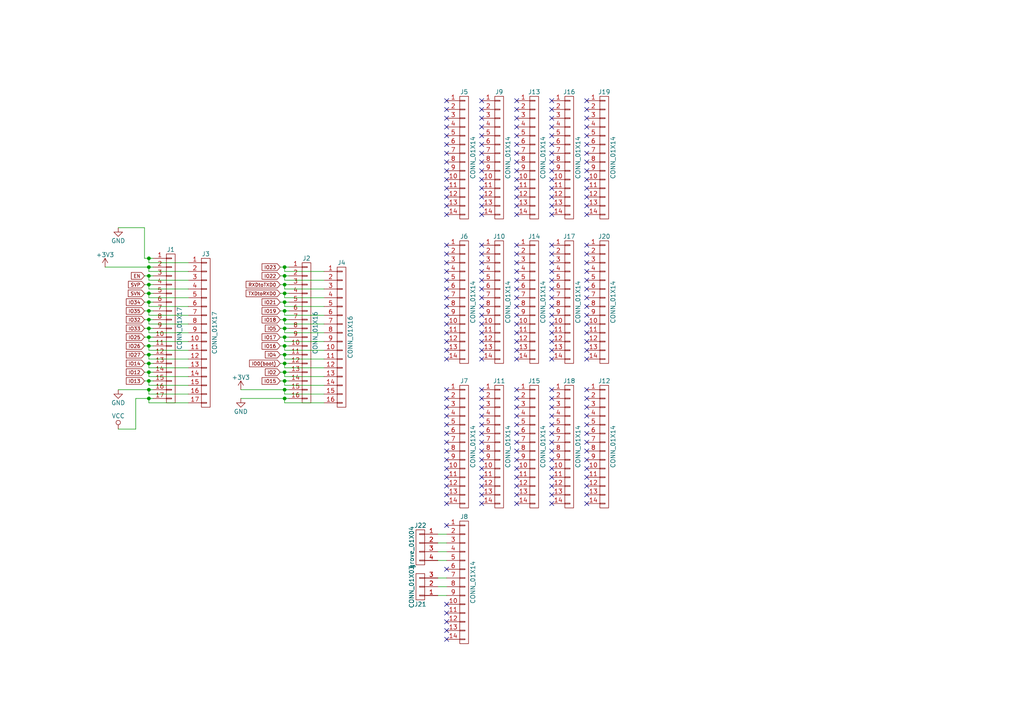
<source format=kicad_sch>
(kicad_sch (version 20230121) (generator eeschema)
  (paper "A4")
  (title_block (title "EmptyStack") (date "2017-04-28") (rev "1.1") (comment 1 "by asukiaaa") (comment 2 "github.com/asukiaaa/emptystack"))
  (lib_symbols
    (symbol "emptystack-rescue:+3.3V" (power) (pin_names (offset 0))
      (property "Value" "+3.3V" (at 0 3.556 0))
      (symbol "+3.3V_0_1"
        (polyline (pts (xy -0.762 1.27) (xy 0 2.54)))
        (polyline (pts (xy 0 0) (xy 0 2.54)))
        (polyline (pts (xy 0 2.54) (xy 0.762 1.27)))
      )
      (symbol "+3.3V_1_1"
        (pin power_in line (at 0 0 90) (length 0) hide (name "+3V3") (number "1"))
      )
    )
    (symbol "emptystack-rescue:CONN_01X03" (pin_names (offset 1.016) hide)
      (property "Reference" "J" (at 0 5.08 0))
      (property "Value" "CONN_01X03" (at 2.54 0 90))
      (symbol "CONN_01X03_0_1"
        (rectangle (start -1.27 -2.413) (end 0.254 -2.667))
        (rectangle (start -1.27 0.127) (end 0.254 -0.127))
        (rectangle (start -1.27 2.667) (end 0.254 2.413))
        (rectangle (start -1.27 3.81) (end 1.27 -3.81))
      )
      (symbol "CONN_01X03_1_1"
        (pin passive line (at -5.08 2.54 0) (length 3.81) (name "P1") (number "1"))
        (pin passive line (at -5.08 0 0) (length 3.81) (name "P2") (number "2"))
        (pin passive line (at -5.08 -2.54 0) (length 3.81) (name "P3") (number "3"))
      )
    )
    (symbol "emptystack-rescue:CONN_01X04" (pin_names (offset 1.016) hide)
      (property "Reference" "J" (at 0 6.35 0))
      (property "Value" "CONN_01X04" (at 2.54 0 90))
      (symbol "CONN_01X04_0_1"
        (rectangle (start -1.27 -3.683) (end 0.254 -3.937))
        (rectangle (start -1.27 -1.143) (end 0.254 -1.397))
        (rectangle (start -1.27 1.397) (end 0.254 1.143))
        (rectangle (start -1.27 3.937) (end 0.254 3.683))
        (rectangle (start -1.27 5.08) (end 1.27 -5.08))
      )
      (symbol "CONN_01X04_1_1"
        (pin passive line (at -5.08 3.81 0) (length 3.81) (name "P1") (number "1"))
        (pin passive line (at -5.08 1.27 0) (length 3.81) (name "P2") (number "2"))
        (pin passive line (at -5.08 -1.27 0) (length 3.81) (name "P3") (number "3"))
        (pin passive line (at -5.08 -3.81 0) (length 3.81) (name "P4") (number "4"))
      )
    )
    (symbol "emptystack-rescue:CONN_01X14" (pin_names (offset 1.016) hide)
      (property "Reference" "J" (at 0 19.05 0))
      (property "Value" "CONN_01X14" (at 2.54 0 90))
      (symbol "CONN_01X14_0_1"
        (rectangle (start -1.27 -16.383) (end 0.254 -16.637))
        (rectangle (start -1.27 -13.843) (end 0.254 -14.097))
        (rectangle (start -1.27 -11.303) (end 0.254 -11.557))
        (rectangle (start -1.27 -8.763) (end 0.254 -9.017))
        (rectangle (start -1.27 -6.223) (end 0.254 -6.477))
        (rectangle (start -1.27 -3.683) (end 0.254 -3.937))
        (rectangle (start -1.27 -1.143) (end 0.254 -1.397))
        (rectangle (start -1.27 1.397) (end 0.254 1.143))
        (rectangle (start -1.27 3.937) (end 0.254 3.683))
        (rectangle (start -1.27 6.477) (end 0.254 6.223))
        (rectangle (start -1.27 9.017) (end 0.254 8.763))
        (rectangle (start -1.27 11.557) (end 0.254 11.303))
        (rectangle (start -1.27 14.097) (end 0.254 13.843))
        (rectangle (start -1.27 16.637) (end 0.254 16.383))
        (rectangle (start -1.27 17.78) (end 1.27 -17.78))
      )
      (symbol "CONN_01X14_1_1"
        (pin passive line (at -5.08 16.51 0) (length 3.81) (name "P1") (number "1"))
        (pin passive line (at -5.08 -6.35 0) (length 3.81) (name "P10") (number "10"))
        (pin passive line (at -5.08 -8.89 0) (length 3.81) (name "P11") (number "11"))
        (pin passive line (at -5.08 -11.43 0) (length 3.81) (name "P12") (number "12"))
        (pin passive line (at -5.08 -13.97 0) (length 3.81) (name "P13") (number "13"))
        (pin passive line (at -5.08 -16.51 0) (length 3.81) (name "P14") (number "14"))
        (pin passive line (at -5.08 13.97 0) (length 3.81) (name "P2") (number "2"))
        (pin passive line (at -5.08 11.43 0) (length 3.81) (name "P3") (number "3"))
        (pin passive line (at -5.08 8.89 0) (length 3.81) (name "P4") (number "4"))
        (pin passive line (at -5.08 6.35 0) (length 3.81) (name "P5") (number "5"))
        (pin passive line (at -5.08 3.81 0) (length 3.81) (name "P6") (number "6"))
        (pin passive line (at -5.08 1.27 0) (length 3.81) (name "P7") (number "7"))
        (pin passive line (at -5.08 -1.27 0) (length 3.81) (name "P8") (number "8"))
        (pin passive line (at -5.08 -3.81 0) (length 3.81) (name "P9") (number "9"))
      )
    )
    (symbol "emptystack-rescue:CONN_01X16" (pin_names (offset 1.016) hide)
      (property "Reference" "J" (at 0 21.59 0))
      (property "Value" "CONN_01X16" (at 2.54 0 90))
      (symbol "CONN_01X16_0_1"
        (rectangle (start -1.27 -18.923) (end 0.254 -19.177))
        (rectangle (start -1.27 -16.383) (end 0.254 -16.637))
        (rectangle (start -1.27 -13.843) (end 0.254 -14.097))
        (rectangle (start -1.27 -11.303) (end 0.254 -11.557))
        (rectangle (start -1.27 -8.763) (end 0.254 -9.017))
        (rectangle (start -1.27 -6.223) (end 0.254 -6.477))
        (rectangle (start -1.27 -3.683) (end 0.254 -3.937))
        (rectangle (start -1.27 -1.143) (end 0.254 -1.397))
        (rectangle (start -1.27 1.397) (end 0.254 1.143))
        (rectangle (start -1.27 3.937) (end 0.254 3.683))
        (rectangle (start -1.27 6.477) (end 0.254 6.223))
        (rectangle (start -1.27 9.017) (end 0.254 8.763))
        (rectangle (start -1.27 11.557) (end 0.254 11.303))
        (rectangle (start -1.27 14.097) (end 0.254 13.843))
        (rectangle (start -1.27 16.637) (end 0.254 16.383))
        (rectangle (start -1.27 19.177) (end 0.254 18.923))
        (rectangle (start -1.27 20.32) (end 1.27 -20.32))
      )
      (symbol "CONN_01X16_1_1"
        (pin passive line (at -5.08 19.05 0) (length 3.81) (name "P1") (number "1"))
        (pin passive line (at -5.08 -3.81 0) (length 3.81) (name "P10") (number "10"))
        (pin passive line (at -5.08 -6.35 0) (length 3.81) (name "P11") (number "11"))
        (pin passive line (at -5.08 -8.89 0) (length 3.81) (name "P12") (number "12"))
        (pin passive line (at -5.08 -11.43 0) (length 3.81) (name "P13") (number "13"))
        (pin passive line (at -5.08 -13.97 0) (length 3.81) (name "P14") (number "14"))
        (pin passive line (at -5.08 -16.51 0) (length 3.81) (name "P15") (number "15"))
        (pin passive line (at -5.08 -19.05 0) (length 3.81) (name "P16") (number "16"))
        (pin passive line (at -5.08 16.51 0) (length 3.81) (name "P2") (number "2"))
        (pin passive line (at -5.08 13.97 0) (length 3.81) (name "P3") (number "3"))
        (pin passive line (at -5.08 11.43 0) (length 3.81) (name "P4") (number "4"))
        (pin passive line (at -5.08 8.89 0) (length 3.81) (name "P5") (number "5"))
        (pin passive line (at -5.08 6.35 0) (length 3.81) (name "P6") (number "6"))
        (pin passive line (at -5.08 3.81 0) (length 3.81) (name "P7") (number "7"))
        (pin passive line (at -5.08 1.27 0) (length 3.81) (name "P8") (number "8"))
        (pin passive line (at -5.08 -1.27 0) (length 3.81) (name "P9") (number "9"))
      )
    )
    (symbol "emptystack-rescue:CONN_01X17" (pin_names (offset 1.016) hide)
      (property "Reference" "J" (at 0 22.86 0))
      (property "Value" "CONN_01X17" (at 2.54 0 90))
      (symbol "CONN_01X17_0_1"
        (rectangle (start -1.27 -20.193) (end 0.254 -20.447))
        (rectangle (start -1.27 -17.653) (end 0.254 -17.907))
        (rectangle (start -1.27 -15.113) (end 0.254 -15.367))
        (rectangle (start -1.27 -12.573) (end 0.254 -12.827))
        (rectangle (start -1.27 -10.033) (end 0.254 -10.287))
        (rectangle (start -1.27 -7.493) (end 0.254 -7.747))
        (rectangle (start -1.27 -4.953) (end 0.254 -5.207))
        (rectangle (start -1.27 -2.413) (end 0.254 -2.667))
        (rectangle (start -1.27 0.127) (end 0.254 -0.127))
        (rectangle (start -1.27 2.667) (end 0.254 2.413))
        (rectangle (start -1.27 5.207) (end 0.254 4.953))
        (rectangle (start -1.27 7.747) (end 0.254 7.493))
        (rectangle (start -1.27 10.287) (end 0.254 10.033))
        (rectangle (start -1.27 12.827) (end 0.254 12.573))
        (rectangle (start -1.27 15.367) (end 0.254 15.113))
        (rectangle (start -1.27 17.907) (end 0.254 17.653))
        (rectangle (start -1.27 20.447) (end 0.254 20.193))
        (rectangle (start -1.27 21.59) (end 1.27 -21.59))
      )
      (symbol "CONN_01X17_1_1"
        (pin passive line (at -5.08 20.32 0) (length 3.81) (name "P1") (number "1"))
        (pin passive line (at -5.08 -2.54 0) (length 3.81) (name "P10") (number "10"))
        (pin passive line (at -5.08 -5.08 0) (length 3.81) (name "P11") (number "11"))
        (pin passive line (at -5.08 -7.62 0) (length 3.81) (name "P12") (number "12"))
        (pin passive line (at -5.08 -10.16 0) (length 3.81) (name "P13") (number "13"))
        (pin passive line (at -5.08 -12.7 0) (length 3.81) (name "P14") (number "14"))
        (pin passive line (at -5.08 -15.24 0) (length 3.81) (name "P15") (number "15"))
        (pin passive line (at -5.08 -17.78 0) (length 3.81) (name "P16") (number "16"))
        (pin passive line (at -5.08 -20.32 0) (length 3.81) (name "P17") (number "17"))
        (pin passive line (at -5.08 17.78 0) (length 3.81) (name "P2") (number "2"))
        (pin passive line (at -5.08 15.24 0) (length 3.81) (name "P3") (number "3"))
        (pin passive line (at -5.08 12.7 0) (length 3.81) (name "P4") (number "4"))
        (pin passive line (at -5.08 10.16 0) (length 3.81) (name "P5") (number "5"))
        (pin passive line (at -5.08 7.62 0) (length 3.81) (name "P6") (number "6"))
        (pin passive line (at -5.08 5.08 0) (length 3.81) (name "P7") (number "7"))
        (pin passive line (at -5.08 2.54 0) (length 3.81) (name "P8") (number "8"))
        (pin passive line (at -5.08 0 0) (length 3.81) (name "P9") (number "9"))
      )
    )
    (symbol "emptystack-rescue:GND" (power) (pin_names (offset 0))
      (property "Value" "GND" (at 0 -3.81 0))
      (symbol "GND_0_1"
        (polyline (pts (xy 0 0) (xy 0 -1.27) (xy 1.27 -1.27) (xy 0 -2.54) (xy -1.27 -1.27) (xy 0 -1.27)))
      )
      (symbol "GND_1_1"
        (pin power_in line (at 0 0 270) (length 0) hide (name "GND") (number "1"))
      )
    )
    (symbol "emptystack-rescue:VCC" (power) (pin_names (offset 0))
      (property "Value" "VCC" (at 0 3.81 0))
      (symbol "VCC_0_1"
        (polyline (pts (xy 0 0) (xy 0 1.27)))
        (circle (center 0 1.905) (radius 0.635))
      )
      (symbol "VCC_1_1"
        (pin power_in line (at 0 0 90) (length 0) hide (name "VCC") (number "1"))
      )
    )
  )
  (junction (at 43.18 77.47))
  (junction (at 43.18 110.49))
  (junction (at 43.18 92.71))
  (junction (at 43.18 113.03))
  (junction (at 43.18 107.95))
  (junction (at 82.55 92.71))
  (junction (at 43.18 115.57))
  (junction (at 82.55 85.09))
  (junction (at 82.55 107.95))
  (junction (at 43.18 82.55))
  (junction (at 43.18 95.25))
  (junction (at 82.55 110.49))
  (junction (at 82.55 82.55))
  (junction (at 82.55 95.25))
  (junction (at 82.55 90.17))
  (junction (at 82.55 87.63))
  (junction (at 43.18 85.09))
  (junction (at 43.18 90.17))
  (junction (at 82.55 77.47))
  (junction (at 43.18 74.93))
  (junction (at 82.55 100.33))
  (junction (at 43.18 102.87))
  (junction (at 82.55 115.57))
  (junction (at 82.55 97.79))
  (junction (at 82.55 102.87))
  (junction (at 43.18 80.01))
  (junction (at 82.55 80.01))
  (junction (at 82.55 113.03))
  (junction (at 43.18 105.41))
  (junction (at 82.55 105.41))
  (junction (at 43.18 87.63))
  (junction (at 43.18 100.33))
  (junction (at 43.18 97.79))
  (no_connect (at 139.7 41.91))
  (no_connect (at 139.7 88.9))
  (no_connect (at 170.18 123.19))
  (no_connect (at 170.18 52.07))
  (no_connect (at 149.86 86.36))
  (no_connect (at 160.02 120.65))
  (no_connect (at 170.18 81.28))
  (no_connect (at 129.54 54.61))
  (no_connect (at 170.18 146.05))
  (no_connect (at 139.7 140.97))
  (no_connect (at 129.54 104.14))
  (no_connect (at 160.02 57.15))
  (no_connect (at 170.18 130.81))
  (no_connect (at 160.02 133.35))
  (no_connect (at 149.86 83.82))
  (no_connect (at 149.86 118.11))
  (no_connect (at 139.7 130.81))
  (no_connect (at 149.86 91.44))
  (no_connect (at 160.02 52.07))
  (no_connect (at 139.7 52.07))
  (no_connect (at 170.18 83.82))
  (no_connect (at 129.54 135.89))
  (no_connect (at 129.54 34.29))
  (no_connect (at 149.86 41.91))
  (no_connect (at 170.18 39.37))
  (no_connect (at 139.7 36.83))
  (no_connect (at 129.54 125.73))
  (no_connect (at 170.18 71.12))
  (no_connect (at 160.02 130.81))
  (no_connect (at 160.02 104.14))
  (no_connect (at 129.54 57.15))
  (no_connect (at 160.02 118.11))
  (no_connect (at 149.86 113.03))
  (no_connect (at 170.18 120.65))
  (no_connect (at 149.86 52.07))
  (no_connect (at 160.02 93.98))
  (no_connect (at 149.86 140.97))
  (no_connect (at 170.18 49.53))
  (no_connect (at 160.02 59.69))
  (no_connect (at 170.18 76.2))
  (no_connect (at 170.18 113.03))
  (no_connect (at 160.02 49.53))
  (no_connect (at 129.54 39.37))
  (no_connect (at 139.7 59.69))
  (no_connect (at 139.7 86.36))
  (no_connect (at 129.54 118.11))
  (no_connect (at 129.54 91.44))
  (no_connect (at 170.18 29.21))
  (no_connect (at 139.7 104.14))
  (no_connect (at 149.86 138.43))
  (no_connect (at 139.7 46.99))
  (no_connect (at 160.02 62.23))
  (no_connect (at 160.02 78.74))
  (no_connect (at 149.86 133.35))
  (no_connect (at 160.02 138.43))
  (no_connect (at 160.02 29.21))
  (no_connect (at 139.7 34.29))
  (no_connect (at 170.18 34.29))
  (no_connect (at 139.7 29.21))
  (no_connect (at 160.02 123.19))
  (no_connect (at 170.18 73.66))
  (no_connect (at 160.02 146.05))
  (no_connect (at 139.7 78.74))
  (no_connect (at 139.7 93.98))
  (no_connect (at 139.7 76.2))
  (no_connect (at 170.18 31.75))
  (no_connect (at 170.18 88.9))
  (no_connect (at 149.86 59.69))
  (no_connect (at 160.02 143.51))
  (no_connect (at 149.86 73.66))
  (no_connect (at 160.02 81.28))
  (no_connect (at 149.86 81.28))
  (no_connect (at 129.54 44.45))
  (no_connect (at 139.7 31.75))
  (no_connect (at 149.86 135.89))
  (no_connect (at 160.02 99.06))
  (no_connect (at 129.54 78.74))
  (no_connect (at 129.54 88.9))
  (no_connect (at 129.54 81.28))
  (no_connect (at 129.54 96.52))
  (no_connect (at 139.7 54.61))
  (no_connect (at 129.54 130.81))
  (no_connect (at 129.54 62.23))
  (no_connect (at 160.02 140.97))
  (no_connect (at 170.18 86.36))
  (no_connect (at 170.18 91.44))
  (no_connect (at 129.54 36.83))
  (no_connect (at 170.18 104.14))
  (no_connect (at 160.02 44.45))
  (no_connect (at 139.7 138.43))
  (no_connect (at 149.86 93.98))
  (no_connect (at 170.18 133.35))
  (no_connect (at 149.86 34.29))
  (no_connect (at 160.02 34.29))
  (no_connect (at 160.02 31.75))
  (no_connect (at 160.02 36.83))
  (no_connect (at 170.18 93.98))
  (no_connect (at 170.18 57.15))
  (no_connect (at 149.86 71.12))
  (no_connect (at 129.54 71.12))
  (no_connect (at 149.86 62.23))
  (no_connect (at 170.18 135.89))
  (no_connect (at 170.18 118.11))
  (no_connect (at 160.02 86.36))
  (no_connect (at 170.18 138.43))
  (no_connect (at 129.54 99.06))
  (no_connect (at 129.54 59.69))
  (no_connect (at 170.18 101.6))
  (no_connect (at 160.02 88.9))
  (no_connect (at 129.54 146.05))
  (no_connect (at 129.54 41.91))
  (no_connect (at 170.18 44.45))
  (no_connect (at 139.7 62.23))
  (no_connect (at 170.18 59.69))
  (no_connect (at 139.7 99.06))
  (no_connect (at 170.18 143.51))
  (no_connect (at 129.54 185.42))
  (no_connect (at 170.18 78.74))
  (no_connect (at 160.02 41.91))
  (no_connect (at 170.18 99.06))
  (no_connect (at 129.54 143.51))
  (no_connect (at 149.86 146.05))
  (no_connect (at 139.7 91.44))
  (no_connect (at 160.02 73.66))
  (no_connect (at 149.86 130.81))
  (no_connect (at 129.54 123.19))
  (no_connect (at 149.86 39.37))
  (no_connect (at 139.7 146.05))
  (no_connect (at 129.54 177.8))
  (no_connect (at 139.7 81.28))
  (no_connect (at 160.02 135.89))
  (no_connect (at 170.18 62.23))
  (no_connect (at 129.54 29.21))
  (no_connect (at 149.86 99.06))
  (no_connect (at 149.86 54.61))
  (no_connect (at 160.02 128.27))
  (no_connect (at 129.54 182.88))
  (no_connect (at 160.02 46.99))
  (no_connect (at 129.54 128.27))
  (no_connect (at 139.7 128.27))
  (no_connect (at 170.18 54.61))
  (no_connect (at 129.54 140.97))
  (no_connect (at 129.54 93.98))
  (no_connect (at 139.7 39.37))
  (no_connect (at 160.02 83.82))
  (no_connect (at 170.18 96.52))
  (no_connect (at 139.7 83.82))
  (no_connect (at 139.7 120.65))
  (no_connect (at 149.86 88.9))
  (no_connect (at 149.86 120.65))
  (no_connect (at 160.02 71.12))
  (no_connect (at 149.86 115.57))
  (no_connect (at 149.86 101.6))
  (no_connect (at 129.54 52.07))
  (no_connect (at 149.86 44.45))
  (no_connect (at 129.54 76.2))
  (no_connect (at 160.02 39.37))
  (no_connect (at 139.7 101.6))
  (no_connect (at 139.7 135.89))
  (no_connect (at 129.54 73.66))
  (no_connect (at 139.7 143.51))
  (no_connect (at 160.02 101.6))
  (no_connect (at 129.54 175.26))
  (no_connect (at 139.7 115.57))
  (no_connect (at 149.86 29.21))
  (no_connect (at 139.7 49.53))
  (no_connect (at 129.54 115.57))
  (no_connect (at 139.7 118.11))
  (no_connect (at 149.86 36.83))
  (no_connect (at 139.7 71.12))
  (no_connect (at 139.7 96.52))
  (no_connect (at 149.86 125.73))
  (no_connect (at 129.54 86.36))
  (no_connect (at 160.02 91.44))
  (no_connect (at 149.86 49.53))
  (no_connect (at 139.7 133.35))
  (no_connect (at 129.54 46.99))
  (no_connect (at 170.18 128.27))
  (no_connect (at 160.02 125.73))
  (no_connect (at 129.54 113.03))
  (no_connect (at 129.54 165.1))
  (no_connect (at 170.18 41.91))
  (no_connect (at 149.86 57.15))
  (no_connect (at 139.7 44.45))
  (no_connect (at 129.54 120.65))
  (no_connect (at 129.54 101.6))
  (no_connect (at 129.54 83.82))
  (no_connect (at 170.18 125.73))
  (no_connect (at 149.86 123.19))
  (no_connect (at 160.02 96.52))
  (no_connect (at 170.18 46.99))
  (no_connect (at 160.02 76.2))
  (no_connect (at 139.7 113.03))
  (no_connect (at 149.86 46.99))
  (no_connect (at 139.7 57.15))
  (no_connect (at 160.02 115.57))
  (no_connect (at 129.54 133.35))
  (no_connect (at 170.18 36.83))
  (no_connect (at 170.18 140.97))
  (no_connect (at 129.54 31.75))
  (no_connect (at 149.86 31.75))
  (no_connect (at 149.86 78.74))
  (no_connect (at 129.54 180.34))
  (no_connect (at 139.7 73.66))
  (no_connect (at 160.02 54.61))
  (no_connect (at 149.86 76.2))
  (no_connect (at 149.86 128.27))
  (no_connect (at 129.54 152.4))
  (no_connect (at 139.7 123.19))
  (no_connect (at 149.86 96.52))
  (no_connect (at 139.7 125.73))
  (no_connect (at 170.18 115.57))
  (no_connect (at 149.86 143.51))
  (no_connect (at 129.54 49.53))
  (no_connect (at 149.86 104.14))
  (no_connect (at 160.02 113.03))
  (no_connect (at 129.54 138.43))
  (no_connect (at 335.28 90.17))
  (wire (pts (xy 81.28 80.01) (xy 82.55 80.01)))
  (wire (pts (xy 82.55 78.74) (xy 93.98 78.74)))
  (wire (pts (xy 127 160.02) (xy 129.54 160.02)))
  (wire (pts (xy 41.91 97.79) (xy 43.18 97.79)))
  (wire (pts (xy 43.18 102.87) (xy 44.45 102.87)))
  (wire (pts (xy 82.55 91.44) (xy 93.98 91.44)))
  (wire (pts (xy 43.18 95.25) (xy 43.18 96.52)))
  (wire (pts (xy 82.55 85.09) (xy 83.82 85.09)))
  (wire (pts (xy 41.91 92.71) (xy 43.18 92.71)))
  (wire (pts (xy 43.18 88.9) (xy 54.61 88.9)))
  (wire (pts (xy 39.37 115.57) (xy 43.18 115.57)))
  (wire (pts (xy 127 157.48) (xy 129.54 157.48)))
  (wire (pts (xy 43.18 104.14) (xy 54.61 104.14)))
  (wire (pts (xy 41.91 90.17) (xy 43.18 90.17)))
  (wire (pts (xy 82.55 92.71) (xy 83.82 92.71)))
  (wire (pts (xy 82.55 90.17) (xy 82.55 91.44)))
  (wire (pts (xy 82.55 107.95) (xy 83.82 107.95)))
  (wire (pts (xy 82.55 101.6) (xy 93.98 101.6)))
  (wire (pts (xy 82.55 83.82) (xy 93.98 83.82)))
  (wire (pts (xy 82.55 90.17) (xy 83.82 90.17)))
  (wire (pts (xy 82.55 100.33) (xy 83.82 100.33)))
  (wire (pts (xy 82.55 114.3) (xy 93.98 114.3)))
  (wire (pts (xy 82.55 105.41) (xy 83.82 105.41)))
  (wire (pts (xy 41.91 74.93) (xy 43.18 74.93)))
  (wire (pts (xy 82.55 92.71) (xy 82.55 93.98)))
  (wire (pts (xy 43.18 110.49) (xy 43.18 111.76)))
  (wire (pts (xy 41.91 107.95) (xy 43.18 107.95)))
  (wire (pts (xy 43.18 115.57) (xy 43.18 116.84)))
  (wire (pts (xy 82.55 95.25) (xy 82.55 96.52)))
  (wire (pts (xy 82.55 111.76) (xy 93.98 111.76)))
  (wire (pts (xy 82.55 106.68) (xy 93.98 106.68)))
  (wire (pts (xy 43.18 101.6) (xy 54.61 101.6)))
  (wire (pts (xy 43.18 76.2) (xy 54.61 76.2)))
  (wire (pts (xy 43.18 97.79) (xy 44.45 97.79)))
  (wire (pts (xy 69.85 113.03) (xy 82.55 113.03)))
  (wire (pts (xy 82.55 109.22) (xy 93.98 109.22)))
  (wire (pts (xy 82.55 110.49) (xy 83.82 110.49)))
  (wire (pts (xy 69.85 115.57) (xy 82.55 115.57)))
  (wire (pts (xy 43.18 74.93) (xy 43.18 76.2)))
  (wire (pts (xy 39.37 115.57) (xy 39.37 124.46)))
  (wire (pts (xy 41.91 80.01) (xy 43.18 80.01)))
  (wire (pts (xy 43.18 93.98) (xy 54.61 93.98)))
  (wire (pts (xy 82.55 113.03) (xy 83.82 113.03)))
  (wire (pts (xy 82.55 105.41) (xy 82.55 106.68)))
  (wire (pts (xy 82.55 82.55) (xy 83.82 82.55)))
  (wire (pts (xy 82.55 87.63) (xy 82.55 88.9)))
  (wire (pts (xy 82.55 115.57) (xy 83.82 115.57)))
  (wire (pts (xy 30.48 77.47) (xy 43.18 77.47)))
  (wire (pts (xy 127 170.18) (xy 129.54 170.18)))
  (wire (pts (xy 43.18 96.52) (xy 54.61 96.52)))
  (wire (pts (xy 43.18 83.82) (xy 54.61 83.82)))
  (wire (pts (xy 82.55 97.79) (xy 82.55 99.06)))
  (wire (pts (xy 43.18 111.76) (xy 54.61 111.76)))
  (wire (pts (xy 41.91 87.63) (xy 43.18 87.63)))
  (wire (pts (xy 43.18 113.03) (xy 44.45 113.03)))
  (wire (pts (xy 39.37 124.46) (xy 34.29 124.46)))
  (wire (pts (xy 81.28 82.55) (xy 82.55 82.55)))
  (wire (pts (xy 43.18 105.41) (xy 43.18 106.68)))
  (wire (pts (xy 43.18 90.17) (xy 44.45 90.17)))
  (wire (pts (xy 34.29 113.03) (xy 43.18 113.03)))
  (wire (pts (xy 43.18 74.93) (xy 44.45 74.93)))
  (wire (pts (xy 43.18 105.41) (xy 44.45 105.41)))
  (wire (pts (xy 43.18 107.95) (xy 44.45 107.95)))
  (wire (pts (xy 43.18 100.33) (xy 43.18 101.6)))
  (wire (pts (xy 43.18 77.47) (xy 43.18 78.74)))
  (wire (pts (xy 43.18 77.47) (xy 44.45 77.47)))
  (wire (pts (xy 34.29 66.04) (xy 41.91 66.04)))
  (wire (pts (xy 43.18 106.68) (xy 54.61 106.68)))
  (wire (pts (xy 43.18 86.36) (xy 54.61 86.36)))
  (wire (pts (xy 82.55 80.01) (xy 83.82 80.01)))
  (wire (pts (xy 43.18 102.87) (xy 43.18 104.14)))
  (wire (pts (xy 43.18 85.09) (xy 43.18 86.36)))
  (wire (pts (xy 43.18 87.63) (xy 44.45 87.63)))
  (wire (pts (xy 43.18 90.17) (xy 43.18 91.44)))
  (wire (pts (xy 82.55 95.25) (xy 83.82 95.25)))
  (wire (pts (xy 43.18 110.49) (xy 44.45 110.49)))
  (wire (pts (xy 81.28 97.79) (xy 82.55 97.79)))
  (wire (pts (xy 43.18 80.01) (xy 43.18 81.28)))
  (wire (pts (xy 43.18 116.84) (xy 54.61 116.84)))
  (wire (pts (xy 127 172.72) (xy 129.54 172.72)))
  (wire (pts (xy 127 167.64) (xy 129.54 167.64)))
  (wire (pts (xy 43.18 82.55) (xy 43.18 83.82)))
  (wire (pts (xy 43.18 87.63) (xy 43.18 88.9)))
  (wire (pts (xy 43.18 113.03) (xy 43.18 114.3)))
  (wire (pts (xy 81.28 110.49) (xy 82.55 110.49)))
  (wire (pts (xy 41.91 100.33) (xy 43.18 100.33)))
  (wire (pts (xy 43.18 114.3) (xy 54.61 114.3)))
  (wire (pts (xy 82.55 102.87) (xy 83.82 102.87)))
  (wire (pts (xy 82.55 97.79) (xy 83.82 97.79)))
  (wire (pts (xy 82.55 102.87) (xy 82.55 104.14)))
  (wire (pts (xy 43.18 78.74) (xy 54.61 78.74)))
  (wire (pts (xy 41.91 66.04) (xy 41.91 74.93)))
  (wire (pts (xy 82.55 86.36) (xy 93.98 86.36)))
  (wire (pts (xy 41.91 102.87) (xy 43.18 102.87)))
  (wire (pts (xy 41.91 85.09) (xy 43.18 85.09)))
  (wire (pts (xy 43.18 92.71) (xy 43.18 93.98)))
  (wire (pts (xy 43.18 99.06) (xy 54.61 99.06)))
  (wire (pts (xy 43.18 107.95) (xy 43.18 109.22)))
  (wire (pts (xy 82.55 88.9) (xy 93.98 88.9)))
  (wire (pts (xy 43.18 80.01) (xy 44.45 80.01)))
  (wire (pts (xy 43.18 92.71) (xy 44.45 92.71)))
  (wire (pts (xy 81.28 100.33) (xy 82.55 100.33)))
  (wire (pts (xy 41.91 105.41) (xy 43.18 105.41)))
  (wire (pts (xy 43.18 82.55) (xy 44.45 82.55)))
  (wire (pts (xy 81.28 92.71) (xy 82.55 92.71)))
  (wire (pts (xy 82.55 115.57) (xy 82.55 116.84)))
  (wire (pts (xy 82.55 96.52) (xy 93.98 96.52)))
  (wire (pts (xy 41.91 110.49) (xy 43.18 110.49)))
  (wire (pts (xy 82.55 99.06) (xy 93.98 99.06)))
  (wire (pts (xy 81.28 107.95) (xy 82.55 107.95)))
  (wire (pts (xy 81.28 95.25) (xy 82.55 95.25)))
  (wire (pts (xy 82.55 81.28) (xy 93.98 81.28)))
  (wire (pts (xy 82.55 110.49) (xy 82.55 111.76)))
  (wire (pts (xy 82.55 113.03) (xy 82.55 114.3)))
  (wire (pts (xy 127 154.94) (xy 129.54 154.94)))
  (wire (pts (xy 127 162.56) (xy 129.54 162.56)))
  (wire (pts (xy 41.91 82.55) (xy 43.18 82.55)))
  (wire (pts (xy 43.18 95.25) (xy 44.45 95.25)))
  (wire (pts (xy 43.18 81.28) (xy 54.61 81.28)))
  (wire (pts (xy 43.18 85.09) (xy 44.45 85.09)))
  (wire (pts (xy 82.55 104.14) (xy 93.98 104.14)))
  (wire (pts (xy 43.18 109.22) (xy 54.61 109.22)))
  (wire (pts (xy 82.55 100.33) (xy 82.55 101.6)))
  (wire (pts (xy 41.91 95.25) (xy 43.18 95.25)))
  (wire (pts (xy 82.55 77.47) (xy 82.55 78.74)))
  (wire (pts (xy 43.18 91.44) (xy 54.61 91.44)))
  (wire (pts (xy 82.55 77.47) (xy 83.82 77.47)))
  (wire (pts (xy 81.28 77.47) (xy 82.55 77.47)))
  (wire (pts (xy 81.28 102.87) (xy 82.55 102.87)))
  (wire (pts (xy 43.18 100.33) (xy 44.45 100.33)))
  (wire (pts (xy 81.28 90.17) (xy 82.55 90.17)))
  (wire (pts (xy 43.18 97.79) (xy 43.18 99.06)))
  (wire (pts (xy 82.55 93.98) (xy 93.98 93.98)))
  (wire (pts (xy 82.55 85.09) (xy 82.55 86.36)))
  (wire (pts (xy 81.28 85.09) (xy 82.55 85.09)))
  (wire (pts (xy 81.28 87.63) (xy 82.55 87.63)))
  (wire (pts (xy 82.55 87.63) (xy 83.82 87.63)))
  (wire (pts (xy 82.55 107.95) (xy 82.55 109.22)))
  (wire (pts (xy 82.55 80.01) (xy 82.55 81.28)))
  (wire (pts (xy 82.55 82.55) (xy 82.55 83.82)))
  (wire (pts (xy 81.28 105.41) (xy 82.55 105.41)))
  (wire (pts (xy 43.18 115.57) (xy 44.45 115.57)))
  (wire (pts (xy 82.55 116.84) (xy 93.98 116.84)))
  (global_label "IO12" (shape input) (at 41.91 107.95 180) (effects (font (size 0.9906 0.9906))) (property "Intersheetrefs" "${INTERSHEET_REFS}" (effects hide)))
  (global_label "IO34" (shape input) (at 41.91 87.63 180) (effects (font (size 0.9906 0.9906))) (property "Intersheetrefs" "${INTERSHEET_REFS}" (effects hide)))
  (global_label "IO21" (shape input) (at 81.28 87.63 180) (effects (font (size 0.9906 0.9906))) (property "Intersheetrefs" "${INTERSHEET_REFS}" (effects hide)))
  (global_label "IO15" (shape input) (at 81.28 110.49 180) (effects (font (size 0.9906 0.9906))) (property "Intersheetrefs" "${INTERSHEET_REFS}" (effects hide)))
  (global_label "IO33" (shape input) (at 41.91 95.25 180) (effects (font (size 0.9906 0.9906))) (property "Intersheetrefs" "${INTERSHEET_REFS}" (effects hide)))
  (global_label "IO18" (shape input) (at 81.28 92.71 180) (effects (font (size 0.9906 0.9906))) (property "Intersheetrefs" "${INTERSHEET_REFS}" (effects hide)))
  (global_label "IO32" (shape input) (at 41.91 92.71 180) (effects (font (size 0.9906 0.9906))) (property "Intersheetrefs" "${INTERSHEET_REFS}" (effects hide)))
  (global_label "IO14" (shape input) (at 41.91 105.41 180) (effects (font (size 0.9906 0.9906))) (property "Intersheetrefs" "${INTERSHEET_REFS}" (effects hide)))
  (global_label "IO17" (shape input) (at 81.28 97.79 180) (effects (font (size 0.9906 0.9906))) (property "Intersheetrefs" "${INTERSHEET_REFS}" (effects hide)))
  (global_label "IO0(boot)" (shape input) (at 81.28 105.41 180) (effects (font (size 0.9906 0.9906))) (property "Intersheetrefs" "${INTERSHEET_REFS}" (effects hide)))
  (global_label "IO23" (shape input) (at 81.28 77.47 180) (effects (font (size 0.9906 0.9906))) (property "Intersheetrefs" "${INTERSHEET_REFS}" (effects hide)))
  (global_label "IO5" (shape input) (at 81.28 95.25 180) (effects (font (size 0.9906 0.9906))) (property "Intersheetrefs" "${INTERSHEET_REFS}" (effects hide)))
  (global_label "IO2" (shape input) (at 81.28 107.95 180) (effects (font (size 0.9906 0.9906))) (property "Intersheetrefs" "${INTERSHEET_REFS}" (effects hide)))
  (global_label "IO35" (shape input) (at 41.91 90.17 180) (effects (font (size 0.9906 0.9906))) (property "Intersheetrefs" "${INTERSHEET_REFS}" (effects hide)))
  (global_label "IO16" (shape input) (at 81.28 100.33 180) (effects (font (size 0.9906 0.9906))) (property "Intersheetrefs" "${INTERSHEET_REFS}" (effects hide)))
  (global_label "IO19" (shape input) (at 81.28 90.17 180) (effects (font (size 0.9906 0.9906))) (property "Intersheetrefs" "${INTERSHEET_REFS}" (effects hide)))
  (global_label "TXDtoRXD0" (shape input) (at 81.28 85.09 180) (effects (font (size 0.9906 0.9906))) (property "Intersheetrefs" "${INTERSHEET_REFS}" (effects hide)))
  (global_label "SVP" (shape input) (at 41.91 82.55 180) (effects (font (size 0.9906 0.9906))) (property "Intersheetrefs" "${INTERSHEET_REFS}" (effects hide)))
  (global_label "IO25" (shape input) (at 41.91 97.79 180) (effects (font (size 0.9906 0.9906))) (property "Intersheetrefs" "${INTERSHEET_REFS}" (effects hide)))
  (global_label "IO26" (shape input) (at 41.91 100.33 180) (effects (font (size 0.9906 0.9906))) (property "Intersheetrefs" "${INTERSHEET_REFS}" (effects hide)))
  (global_label "IO27" (shape input) (at 41.91 102.87 180) (effects (font (size 0.9906 0.9906))) (property "Intersheetrefs" "${INTERSHEET_REFS}" (effects hide)))
  (global_label "EN" (shape input) (at 41.91 80.01 180) (effects (font (size 0.9906 0.9906))) (property "Intersheetrefs" "${INTERSHEET_REFS}" (effects hide)))
  (global_label "RXDtoTXD0" (shape input) (at 81.28 82.55 180) (effects (font (size 0.9906 0.9906))) (property "Intersheetrefs" "${INTERSHEET_REFS}" (effects hide)))
  (global_label "IO4" (shape input) (at 81.28 102.87 180) (effects (font (size 0.9906 0.9906))) (property "Intersheetrefs" "${INTERSHEET_REFS}" (effects hide)))
  (global_label "IO22" (shape input) (at 81.28 80.01 180) (effects (font (size 0.9906 0.9906))) (property "Intersheetrefs" "${INTERSHEET_REFS}" (effects hide)))
  (global_label "IO13" (shape input) (at 41.91 110.49 180) (effects (font (size 0.9906 0.9906))) (property "Intersheetrefs" "${INTERSHEET_REFS}" (effects hide)))
  (global_label "SVN" (shape input) (at 41.91 85.09 180) (effects (font (size 0.9906 0.9906))) (property "Intersheetrefs" "${INTERSHEET_REFS}" (effects hide)))
  (symbol (lib_id "emptystack-rescue:+3.3V") (at 30.48 77.47 0) (unit 1)
    (property "Reference" "#PWR01" (effects hide))
    (property "Value" "+3.3V" (at 30.48 73.914 0))
  )
  (symbol (lib_id "emptystack-rescue:GND") (at 34.29 66.04 0) (unit 1)
    (property "Reference" "#PWR02" (effects hide))
    (property "Value" "GND" (at 34.29 69.85 0))
  )
  (symbol (lib_id "emptystack-rescue:GND") (at 69.85 115.57 0) (unit 1)
    (property "Reference" "#PWR03" (effects hide))
    (property "Value" "GND" (at 69.85 119.38 0))
  )
  (symbol (lib_id "emptystack-rescue:VCC") (at 34.29 124.46 0) (unit 1)
    (property "Reference" "#PWR04" (effects hide))
    (property "Value" "VCC" (at 34.29 120.65 0))
  )
  (symbol (lib_id "emptystack-rescue:+3.3V") (at 69.85 113.03 0) (unit 1)
    (property "Reference" "#PWR05" (effects hide))
    (property "Value" "+3.3V" (at 69.85 109.474 0))
  )
  (symbol (lib_id "emptystack-rescue:GND") (at 34.29 113.03 0) (unit 1)
    (property "Reference" "#PWR06" (effects hide))
    (property "Value" "GND" (at 34.29 116.84 0))
  )
  (symbol (lib_id "emptystack-rescue:CONN_01X17") (at 49.53 95.25 0) (unit 1)
    (property "Reference" "J1" (at 49.53 72.39 0))
    (property "Value" "CONN_01X17" (at 52.07 95.25 90))
    (property "Footprint" "common:Pin_Header_Straight_1x17_Pitch2.54mm" (effects hide))
  )
  (symbol (lib_id "emptystack-rescue:CONN_01X16") (at 88.9 96.52 0) (unit 1)
    (property "Reference" "J2" (at 88.9 74.93 0))
    (property "Value" "CONN_01X16" (at 91.44 96.52 90))
    (property "Footprint" "common:Pin_Header_Straight_1x16_Pitch2.54mm" (effects hide))
  )
  (symbol (lib_id "emptystack-rescue:CONN_01X16") (at 99.06 97.79 0) (unit 1)
    (property "Reference" "J4" (at 99.06 76.2 0))
    (property "Value" "CONN_01X16" (at 101.6 97.79 90))
    (property "Footprint" "common:Pin_Header_Straight_1x16_Pitch2.54mm" (effects hide))
  )
  (symbol (lib_id "emptystack-rescue:CONN_01X17") (at 59.69 96.52 0) (unit 1)
    (property "Reference" "J3" (at 59.69 73.66 0))
    (property "Value" "CONN_01X17" (at 62.23 96.52 90))
    (property "Footprint" "common:Pin_Header_Straight_1x17_Pitch2.54mm" (effects hide))
  )
  (symbol (lib_id "emptystack-rescue:CONN_01X14") (at 134.62 87.63 0) (unit 1)
    (property "Reference" "J6" (at 134.62 68.58 0))
    (property "Value" "CONN_01X14" (at 137.16 87.63 90))
    (property "Footprint" "common:Pin_Header_Straight_1x14_Pitch2.54mm" (effects hide))
  )
  (symbol (lib_id "emptystack-rescue:CONN_01X14") (at 144.78 87.63 0) (unit 1)
    (property "Reference" "J10" (at 144.78 68.58 0))
    (property "Value" "CONN_01X14" (at 147.32 87.63 90))
    (property "Footprint" "common:Pin_Header_Straight_1x14_Pitch2.54mm" (effects hide))
  )
  (symbol (lib_id "emptystack-rescue:CONN_01X14") (at 154.94 87.63 0) (unit 1)
    (property "Reference" "J14" (at 154.94 68.58 0))
    (property "Value" "CONN_01X14" (at 157.48 87.63 90))
    (property "Footprint" "common:Pin_Header_Straight_1x14_Pitch2.54mm" (effects hide))
  )
  (symbol (lib_id "emptystack-rescue:CONN_01X14") (at 165.1 87.63 0) (unit 1)
    (property "Reference" "J17" (at 165.1 68.58 0))
    (property "Value" "CONN_01X14" (at 167.64 87.63 90))
    (property "Footprint" "common:Pin_Header_Straight_1x14_Pitch2.54mm" (effects hide))
  )
  (symbol (lib_id "emptystack-rescue:CONN_01X14") (at 175.26 87.63 0) (unit 1)
    (property "Reference" "J20" (at 175.26 68.58 0))
    (property "Value" "CONN_01X14" (at 177.8 87.63 90))
    (property "Footprint" "common:Pin_Header_Straight_1x14_Pitch2.54mm" (effects hide))
  )
  (symbol (lib_id "emptystack-rescue:CONN_01X14") (at 134.62 45.72 0) (unit 1)
    (property "Reference" "J5" (at 134.62 26.67 0))
    (property "Value" "CONN_01X14" (at 137.16 45.72 90))
    (property "Footprint" "common:Pin_Header_Straight_1x14_Pitch2.54mm" (effects hide))
  )
  (symbol (lib_id "emptystack-rescue:CONN_01X14") (at 144.78 45.72 0) (unit 1)
    (property "Reference" "J9" (at 144.78 26.67 0))
    (property "Value" "CONN_01X14" (at 147.32 45.72 90))
    (property "Footprint" "common:Pin_Header_Straight_1x14_Pitch2.54mm" (effects hide))
  )
  (symbol (lib_id "emptystack-rescue:CONN_01X14") (at 154.94 45.72 0) (unit 1)
    (property "Reference" "J13" (at 154.94 26.67 0))
    (property "Value" "CONN_01X14" (at 157.48 45.72 90))
    (property "Footprint" "common:Pin_Header_Straight_1x14_Pitch2.54mm" (effects hide))
  )
  (symbol (lib_id "emptystack-rescue:CONN_01X14") (at 165.1 45.72 0) (unit 1)
    (property "Reference" "J16" (at 165.1 26.67 0))
    (property "Value" "CONN_01X14" (at 167.64 45.72 90))
    (property "Footprint" "common:Pin_Header_Straight_1x14_Pitch2.54mm" (effects hide))
  )
  (symbol (lib_id "emptystack-rescue:CONN_01X14") (at 175.26 45.72 0) (unit 1)
    (property "Reference" "J19" (at 175.26 26.67 0))
    (property "Value" "CONN_01X14" (at 177.8 45.72 90))
    (property "Footprint" "common:Pin_Header_Straight_1x14_Pitch2.54mm" (effects hide))
  )
  (symbol (lib_id "emptystack-rescue:CONN_01X14") (at 134.62 129.54 0) (unit 1)
    (property "Reference" "J7" (at 134.62 110.49 0))
    (property "Value" "CONN_01X14" (at 137.16 129.54 90))
    (property "Footprint" "common:Pin_Header_Straight_1x14_Pitch2.54mm" (effects hide))
  )
  (symbol (lib_id "emptystack-rescue:CONN_01X14") (at 144.78 129.54 0) (unit 1)
    (property "Reference" "J11" (at 144.78 110.49 0))
    (property "Value" "CONN_01X14" (at 147.32 129.54 90))
    (property "Footprint" "common:Pin_Header_Straight_1x14_Pitch2.54mm" (effects hide))
  )
  (symbol (lib_id "emptystack-rescue:CONN_01X14") (at 154.94 129.54 0) (unit 1)
    (property "Reference" "J15" (at 154.94 110.49 0))
    (property "Value" "CONN_01X14" (at 157.48 129.54 90))
    (property "Footprint" "common:Pin_Header_Straight_1x14_Pitch2.54mm" (effects hide))
  )
  (symbol (lib_id "emptystack-rescue:CONN_01X14") (at 165.1 129.54 0) (unit 1)
    (property "Reference" "J18" (at 165.1 110.49 0))
    (property "Value" "CONN_01X14" (at 167.64 129.54 90))
    (property "Footprint" "common:Pin_Header_Straight_1x14_Pitch2.54mm" (effects hide))
  )
  (symbol (lib_id "emptystack-rescue:CONN_01X14") (at 175.26 129.54 0) (unit 1)
    (property "Reference" "J12" (at 175.26 110.49 0))
    (property "Value" "CONN_01X14" (at 177.8 129.54 90))
    (property "Footprint" "common:Pin_Header_Straight_1x14_Pitch2.54mm" (effects hide))
  )
  (symbol (lib_id "emptystack-rescue:CONN_01X14") (at 134.62 168.91 0) (unit 1)
    (property "Reference" "J8" (at 134.62 149.86 0))
    (property "Value" "CONN_01X14" (at 137.16 168.91 90))
    (property "Footprint" "common:Pin_Header_Straight_1x14_Pitch2.54mm" (effects hide))
  )
  (symbol (lib_id "emptystack-rescue:CONN_01X04") (at 121.92 158.75 0) (mirror y) (unit 1)
    (property "Reference" "J22" (at 121.92 152.4 0))
    (property "Value" "grove_01X04" (at 119.38 158.75 90))
    (property "Footprint" "Connectors:Grove_1x04" (effects hide))
  )
  (symbol (lib_id "emptystack-rescue:CONN_01X03") (at 121.92 170.18 180) (unit 1)
    (property "Reference" "J21" (at 121.92 175.26 0))
    (property "Value" "CONN_01X03" (at 119.38 170.18 90))
    (property "Footprint" "common:Pin_Header_Straight_1x03_Pitch2.54mm" (effects hide))
  )
)
</source>
